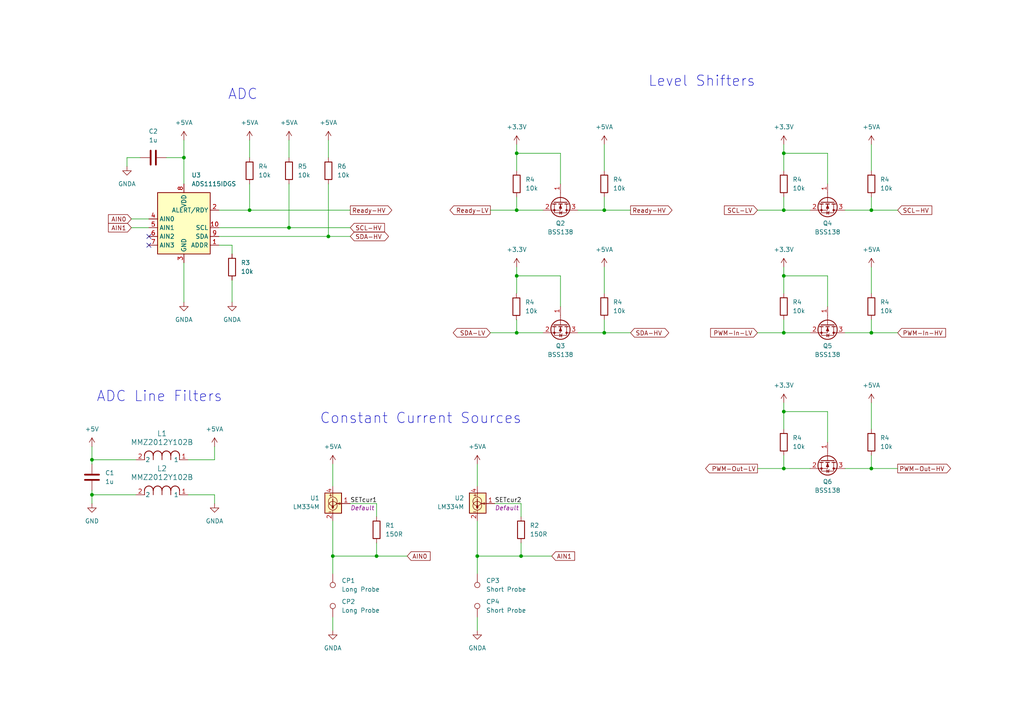
<source format=kicad_sch>
(kicad_sch (version 20230121) (generator eeschema)
  (paper "A4")
  (lib_symbols
    (symbol "2023-09-04_18-15-31:MMZ2012Y102B" (pin_names (offset 0.254))
      (property "Reference" "L" (at 6.985 5.08 0))
      (property "Value" "MMZ2012Y102B" (at 6.985 -2.54 0))
      (symbol "MMZ2012Y102B_1_1"
        (polyline (pts (xy 2.54 0) (xy 2.54 1.27)) (stroke (width 0.2032)))
        (polyline (pts (xy 5.08 0) (xy 5.08 1.27)) (stroke (width 0.2032)))
        (polyline (pts (xy 7.62 0) (xy 7.62 1.27)) (stroke (width 0.2032)))
        (polyline (pts (xy 10.16 0) (xy 10.16 1.27)) (stroke (width 0.2032)))
        (polyline (pts (xy 12.7 0) (xy 12.7 1.27)) (stroke (width 0.2032)))
        (arc (start 5.08 1.27) (mid 3.81 2.5345) (end 2.54 1.27) (stroke (width 0.254)))
        (arc (start 7.62 1.27) (mid 6.35 2.5345) (end 5.08 1.27) (stroke (width 0.254)))
        (arc (start 10.16 1.27) (mid 8.89 2.5345) (end 7.62 1.27) (stroke (width 0.254)))
        (arc (start 12.7 1.27) (mid 11.43 2.5345) (end 10.16 1.27) (stroke (width 0.254)))
        (pin unspecified line (at 15.24 0 180) (length 2.54) (name "1") (number "1"))
        (pin unspecified line (at 0 0 0) (length 2.54) (name "2") (number "2"))
      )
      (symbol "MMZ2012Y102B_1_2"
        (arc (start -1.27 5.08) (mid -2.5345 3.81) (end -1.27 2.54) (stroke (width 0.254)))
        (arc (start -1.27 7.62) (mid -2.5345 6.35) (end -1.27 5.08) (stroke (width 0.254)))
        (arc (start -1.27 10.16) (mid -2.5345 8.89) (end -1.27 7.62) (stroke (width 0.254)))
        (arc (start -1.27 12.7) (mid -2.5345 11.43) (end -1.27 10.16) (stroke (width 0.254)))
        (polyline (pts (xy 0 2.54) (xy -1.27 2.54)) (stroke (width 0.2032)))
        (polyline (pts (xy 0 5.08) (xy -1.27 5.08)) (stroke (width 0.2032)))
        (polyline (pts (xy 0 7.62) (xy -1.27 7.62)) (stroke (width 0.2032)))
        (polyline (pts (xy 0 10.16) (xy -1.27 10.16)) (stroke (width 0.2032)))
        (polyline (pts (xy 0 12.7) (xy -1.27 12.7)) (stroke (width 0.2032)))
        (pin unspecified line (at 0 15.24 270) (length 2.54) (name "1") (number "1"))
        (pin unspecified line (at 0 0 90) (length 2.54) (name "2") (number "2"))
      )
    )
    (symbol "Analog_ADC:ADS1115IDGS"
      (property "Reference" "U" (at 2.54 13.97 0))
      (property "Value" "ADS1115IDGS" (at 7.62 11.43 0))
      (symbol "ADS1115IDGS_0_1"
        (rectangle (start -7.62 10.16) (end 7.62 -7.62) (stroke (width 0.254)) (fill (type background)))
      )
      (symbol "ADS1115IDGS_1_1"
        (pin input line (at 10.16 -5.08 180) (length 2.54) (name "ADDR") (number "1"))
        (pin input line (at 10.16 0 180) (length 2.54) (name "SCL") (number "10"))
        (pin output line (at 10.16 5.08 180) (length 2.54) (name "ALERT/RDY") (number "2"))
        (pin power_in line (at 0 -10.16 90) (length 2.54) (name "GND") (number "3"))
        (pin input line (at -10.16 2.54 0) (length 2.54) (name "AIN0") (number "4"))
        (pin input line (at -10.16 0 0) (length 2.54) (name "AIN1") (number "5"))
        (pin input line (at -10.16 -2.54 0) (length 2.54) (name "AIN2") (number "6"))
        (pin input line (at -10.16 -5.08 0) (length 2.54) (name "AIN3") (number "7"))
        (pin power_in line (at 0 12.7 270) (length 2.54) (name "VDD") (number "8"))
        (pin bidirectional line (at 10.16 -2.54 180) (length 2.54) (name "SDA") (number "9"))
      )
    )
    (symbol "Connector:TestPoint" (pin_numbers hide) (pin_names (offset 0.762) hide)
      (property "Reference" "TP" (at 0 6.858 0))
      (property "Value" "TestPoint" (at 0 5.08 0))
      (symbol "TestPoint_0_1"
        (circle (center 0 3.302) (radius 0.762))
      )
      (symbol "TestPoint_1_1"
        (pin passive line (at 0 0 90) (length 2.54) (name "1") (number "1"))
      )
    )
    (symbol "Device:C" (pin_numbers hide) (pin_names (offset 0.254))
      (property "Reference" "C" (at 0.635 2.54 0))
      (property "Value" "C" (at 0.635 -2.54 0))
      (symbol "C_0_1"
        (polyline (pts (xy -2.032 -0.762) (xy 2.032 -0.762)) (stroke (width 0.508)))
        (polyline (pts (xy -2.032 0.762) (xy 2.032 0.762)) (stroke (width 0.508)))
      )
      (symbol "C_1_1"
        (pin passive line (at 0 3.81 270) (length 2.794) (name "~") (number "1"))
        (pin passive line (at 0 -3.81 90) (length 2.794) (name "~") (number "2"))
      )
    )
    (symbol "Device:R" (pin_numbers hide) (pin_names (offset 0))
      (property "Reference" "R" (at 2.032 0 90))
      (property "Value" "R" (at 0 0 90))
      (symbol "R_0_1"
        (rectangle (start -1.016 -2.54) (end 1.016 2.54) (stroke (width 0.254)))
      )
      (symbol "R_1_1"
        (pin passive line (at 0 3.81 270) (length 1.27) (name "~") (number "1"))
        (pin passive line (at 0 -3.81 90) (length 1.27) (name "~") (number "2"))
      )
    )
    (symbol "Reference_Current:LM334M"
      (property "Reference" "U" (at 0.635 6.35 0))
      (property "Value" "LM334M" (at 0.635 4.445 0))
      (symbol "LM334M_0_1"
        (rectangle (start -2.286 3.048) (end 2.54 -2.794) (stroke (width 0.254)) (fill (type background)))
        (circle (center 0 -0.635) (radius 1.27))
        (polyline (pts (xy -1.143 -2.413) (xy -0.381 -2.413)))
        (polyline (pts (xy -1.016 2.413) (xy -0.254 2.413)))
        (polyline (pts (xy -0.635 2.794) (xy -0.635 2.032)))
        (polyline (pts (xy 0 -1.905) (xy 0 -3.175)))
        (polyline (pts (xy 0 1.397) (xy 0 -1.397)) (stroke (width 0.254)))
        (polyline (pts (xy 0 3.81) (xy 0 1.905)))
        (polyline (pts (xy 5.08 0) (xy 1.27 0)))
        (polyline (pts (xy 0 -1.397) (xy -0.254 -0.889) (xy 0.254 -0.889) (xy 0 -1.397)) (stroke (width 0.254)))
        (polyline (pts (xy 1.27 0) (xy 2.159 0.254) (xy 2.159 -0.254) (xy 1.27 0)))
        (circle (center 0 0.635) (radius 1.27))
      )
      (symbol "LM334M_1_1"
        (pin passive line (at 5.08 0 180) (length 2.54) (name "~") (number "1"))
        (pin passive line (at 0 -5.08 90) (length 2.54) (name "~") (number "2"))
        (pin passive line (at 0 -5.08 90) (length 2.54) hide (name "~") (number "3"))
        (pin passive line (at 0 5.08 270) (length 2.54) (name "~") (number "4"))
        (pin passive line (at 0 -5.08 90) (length 2.54) hide (name "~") (number "6"))
        (pin passive line (at 0 -5.08 90) (length 2.54) hide (name "~") (number "7"))
      )
    )
    (symbol "Transistor_FET:BSS138" (pin_names hide)
      (property "Reference" "Q" (at 5.08 1.905 0))
      (property "Value" "BSS138" (at 5.08 0 0))
      (symbol "BSS138_0_1"
        (polyline (pts (xy 0.254 0) (xy -2.54 0)))
        (polyline (pts (xy 0.254 1.905) (xy 0.254 -1.905)) (stroke (width 0.254)))
        (polyline (pts (xy 0.762 -1.27) (xy 0.762 -2.286)) (stroke (width 0.254)))
        (polyline (pts (xy 0.762 0.508) (xy 0.762 -0.508)) (stroke (width 0.254)))
        (polyline (pts (xy 0.762 2.286) (xy 0.762 1.27)) (stroke (width 0.254)))
        (polyline (pts (xy 2.54 2.54) (xy 2.54 1.778)))
        (polyline (pts (xy 2.54 -2.54) (xy 2.54 0) (xy 0.762 0)))
        (polyline (pts (xy 0.762 -1.778) (xy 3.302 -1.778) (xy 3.302 1.778) (xy 0.762 1.778)))
        (polyline (pts (xy 1.016 0) (xy 2.032 0.381) (xy 2.032 -0.381) (xy 1.016 0)) (fill (type outline)))
        (polyline (pts (xy 2.794 0.508) (xy 2.921 0.381) (xy 3.683 0.381) (xy 3.81 0.254)))
        (polyline (pts (xy 3.302 0.381) (xy 2.921 -0.254) (xy 3.683 -0.254) (xy 3.302 0.381)))
        (circle (center 1.651 0) (radius 2.794) (stroke (width 0.254)))
        (circle (center 2.54 -1.778) (radius 0.254) (fill (type outline)))
        (circle (center 2.54 1.778) (radius 0.254) (fill (type outline)))
      )
      (symbol "BSS138_1_1"
        (pin input line (at -5.08 0 0) (length 2.54) (name "G") (number "1"))
        (pin passive line (at 2.54 -5.08 90) (length 2.54) (name "S") (number "2"))
        (pin passive line (at 2.54 5.08 270) (length 2.54) (name "D") (number "3"))
      )
    )
    (symbol "power:+3.3V" (power) (pin_names (offset 0))
      (property "Value" "+3.3V" (at 0 3.556 0))
      (symbol "+3.3V_0_1"
        (polyline (pts (xy -0.762 1.27) (xy 0 2.54)))
        (polyline (pts (xy 0 0) (xy 0 2.54)))
        (polyline (pts (xy 0 2.54) (xy 0.762 1.27)))
      )
      (symbol "+3.3V_1_1"
        (pin power_in line (at 0 0 90) (length 0) hide (name "+3.3V") (number "1"))
      )
    )
    (symbol "power:+5V" (power) (pin_names (offset 0))
      (property "Value" "+5V" (at 0 3.556 0))
      (symbol "+5V_0_1"
        (polyline (pts (xy -0.762 1.27) (xy 0 2.54)))
        (polyline (pts (xy 0 0) (xy 0 2.54)))
        (polyline (pts (xy 0 2.54) (xy 0.762 1.27)))
      )
      (symbol "+5V_1_1"
        (pin power_in line (at 0 0 90) (length 0) hide (name "+5V") (number "1"))
      )
    )
    (symbol "power:+5VA" (power) (pin_names (offset 0))
      (property "Value" "+5VA" (at 0 3.556 0))
      (symbol "+5VA_0_1"
        (polyline (pts (xy -0.762 1.27) (xy 0 2.54)))
        (polyline (pts (xy 0 0) (xy 0 2.54)))
        (polyline (pts (xy 0 2.54) (xy 0.762 1.27)))
      )
      (symbol "+5VA_1_1"
        (pin power_in line (at 0 0 90) (length 0) hide (name "+5VA") (number "1"))
      )
    )
    (symbol "power:GND" (power) (pin_names (offset 0))
      (property "Value" "GND" (at 0 -3.81 0))
      (symbol "GND_0_1"
        (polyline (pts (xy 0 0) (xy 0 -1.27) (xy 1.27 -1.27) (xy 0 -2.54) (xy -1.27 -1.27) (xy 0 -1.27)))
      )
      (symbol "GND_1_1"
        (pin power_in line (at 0 0 270) (length 0) hide (name "GND") (number "1"))
      )
    )
    (symbol "power:GNDA" (power) (pin_names (offset 0))
      (property "Value" "GNDA" (at 0 -3.81 0))
      (symbol "GNDA_0_1"
        (polyline (pts (xy 0 0) (xy 0 -1.27) (xy 1.27 -1.27) (xy 0 -2.54) (xy -1.27 -1.27) (xy 0 -1.27)))
      )
      (symbol "GNDA_1_1"
        (pin power_in line (at 0 0 270) (length 0) hide (name "GNDA") (number "1"))
      )
    )
  )
  (junction (at 53.34 45.72))
  (junction (at 252.73 135.89))
  (junction (at 175.26 60.96))
  (junction (at 96.52 161.29))
  (junction (at 227.33 80.01))
  (junction (at 83.82 66.04))
  (junction (at 109.22 161.29))
  (junction (at 149.86 80.01))
  (junction (at 227.33 96.52))
  (junction (at 227.33 60.96))
  (junction (at 252.73 60.96))
  (junction (at 227.33 119.38))
  (junction (at 26.67 143.51))
  (junction (at 95.25 68.58))
  (junction (at 149.86 96.52))
  (junction (at 138.43 161.29))
  (junction (at 151.13 161.29))
  (junction (at 149.86 44.45))
  (junction (at 227.33 135.89))
  (junction (at 72.39 60.96))
  (junction (at 252.73 96.52))
  (junction (at 149.86 60.96))
  (junction (at 175.26 96.52))
  (junction (at 26.67 133.35))
  (junction (at 227.33 44.45))
  (no_connect (at 43.18 68.58))
  (no_connect (at 43.18 71.12))
  (wire (pts (xy 83.82 53.34) (xy 83.82 66.04)))
  (wire (pts (xy 26.67 143.51) (xy 26.67 146.05)))
  (wire (pts (xy 219.71 135.89) (xy 227.33 135.89)))
  (wire (pts (xy 72.39 40.64) (xy 72.39 45.72)))
  (wire (pts (xy 227.33 44.45) (xy 227.33 49.53)))
  (wire (pts (xy 62.23 129.54) (xy 62.23 133.35)))
  (wire (pts (xy 95.25 40.64) (xy 95.25 45.72)))
  (wire (pts (xy 240.03 88.9) (xy 240.03 80.01)))
  (wire (pts (xy 240.03 53.34) (xy 240.03 44.45)))
  (wire (pts (xy 252.73 96.52) (xy 260.35 96.52)))
  (wire (pts (xy 138.43 161.29) (xy 138.43 166.37)))
  (wire (pts (xy 219.71 60.96) (xy 227.33 60.96)))
  (wire (pts (xy 252.73 135.89) (xy 260.35 135.89)))
  (wire (pts (xy 142.24 96.52) (xy 149.86 96.52)))
  (wire (pts (xy 157.48 96.52) (xy 149.86 96.52)))
  (wire (pts (xy 26.67 142.24) (xy 26.67 143.51)))
  (wire (pts (xy 151.13 161.29) (xy 151.13 157.48)))
  (wire (pts (xy 83.82 66.04) (xy 101.6 66.04)))
  (wire (pts (xy 252.73 135.89) (xy 252.73 132.08)))
  (wire (pts (xy 240.03 44.45) (xy 227.33 44.45)))
  (wire (pts (xy 96.52 151.13) (xy 96.52 161.29)))
  (wire (pts (xy 175.26 96.52) (xy 175.26 92.71)))
  (wire (pts (xy 109.22 161.29) (xy 109.22 157.48)))
  (wire (pts (xy 149.86 41.91) (xy 149.86 44.45)))
  (wire (pts (xy 138.43 161.29) (xy 151.13 161.29)))
  (wire (pts (xy 252.73 77.47) (xy 252.73 85.09)))
  (wire (pts (xy 252.73 60.96) (xy 260.35 60.96)))
  (wire (pts (xy 96.52 179.07) (xy 96.52 182.88)))
  (wire (pts (xy 175.26 60.96) (xy 182.88 60.96)))
  (wire (pts (xy 67.31 81.28) (xy 67.31 87.63)))
  (wire (pts (xy 143.51 146.05) (xy 151.13 146.05)))
  (wire (pts (xy 245.11 60.96) (xy 252.73 60.96)))
  (wire (pts (xy 26.67 133.35) (xy 39.37 133.35)))
  (wire (pts (xy 175.26 96.52) (xy 182.88 96.52)))
  (wire (pts (xy 252.73 41.91) (xy 252.73 49.53)))
  (wire (pts (xy 151.13 161.29) (xy 160.02 161.29)))
  (wire (pts (xy 53.34 45.72) (xy 53.34 53.34)))
  (wire (pts (xy 252.73 60.96) (xy 252.73 57.15)))
  (wire (pts (xy 63.5 71.12) (xy 67.31 71.12)))
  (wire (pts (xy 109.22 161.29) (xy 118.11 161.29)))
  (wire (pts (xy 227.33 41.91) (xy 227.33 44.45)))
  (wire (pts (xy 96.52 134.62) (xy 96.52 140.97)))
  (wire (pts (xy 162.56 53.34) (xy 162.56 44.45)))
  (wire (pts (xy 175.26 60.96) (xy 175.26 57.15)))
  (wire (pts (xy 36.83 48.26) (xy 36.83 45.72)))
  (wire (pts (xy 54.61 143.51) (xy 62.23 143.51)))
  (wire (pts (xy 245.11 96.52) (xy 252.73 96.52)))
  (wire (pts (xy 138.43 151.13) (xy 138.43 161.29)))
  (wire (pts (xy 227.33 116.84) (xy 227.33 119.38)))
  (wire (pts (xy 227.33 77.47) (xy 227.33 80.01)))
  (wire (pts (xy 162.56 44.45) (xy 149.86 44.45)))
  (wire (pts (xy 175.26 41.91) (xy 175.26 49.53)))
  (wire (pts (xy 67.31 71.12) (xy 67.31 73.66)))
  (wire (pts (xy 149.86 77.47) (xy 149.86 80.01)))
  (wire (pts (xy 240.03 128.27) (xy 240.03 119.38)))
  (wire (pts (xy 234.95 60.96) (xy 227.33 60.96)))
  (wire (pts (xy 162.56 88.9) (xy 162.56 80.01)))
  (wire (pts (xy 227.33 96.52) (xy 227.33 92.71)))
  (wire (pts (xy 157.48 60.96) (xy 149.86 60.96)))
  (wire (pts (xy 162.56 80.01) (xy 149.86 80.01)))
  (wire (pts (xy 252.73 116.84) (xy 252.73 124.46)))
  (wire (pts (xy 26.67 129.54) (xy 26.67 133.35)))
  (wire (pts (xy 62.23 133.35) (xy 54.61 133.35)))
  (wire (pts (xy 26.67 133.35) (xy 26.67 134.62)))
  (wire (pts (xy 240.03 119.38) (xy 227.33 119.38)))
  (wire (pts (xy 53.34 76.2) (xy 53.34 87.63)))
  (wire (pts (xy 227.33 135.89) (xy 227.33 132.08)))
  (wire (pts (xy 138.43 179.07) (xy 138.43 182.88)))
  (wire (pts (xy 167.64 96.52) (xy 175.26 96.52)))
  (wire (pts (xy 175.26 77.47) (xy 175.26 85.09)))
  (wire (pts (xy 96.52 161.29) (xy 96.52 166.37)))
  (wire (pts (xy 167.64 60.96) (xy 175.26 60.96)))
  (wire (pts (xy 38.1 66.04) (xy 43.18 66.04)))
  (wire (pts (xy 95.25 68.58) (xy 101.6 68.58)))
  (wire (pts (xy 72.39 60.96) (xy 101.6 60.96)))
  (wire (pts (xy 151.13 146.05) (xy 151.13 149.86)))
  (wire (pts (xy 72.39 53.34) (xy 72.39 60.96)))
  (wire (pts (xy 62.23 146.05) (xy 62.23 143.51)))
  (wire (pts (xy 149.86 80.01) (xy 149.86 85.09)))
  (wire (pts (xy 53.34 40.64) (xy 53.34 45.72)))
  (wire (pts (xy 234.95 96.52) (xy 227.33 96.52)))
  (wire (pts (xy 227.33 119.38) (xy 227.33 124.46)))
  (wire (pts (xy 83.82 40.64) (xy 83.82 45.72)))
  (wire (pts (xy 26.67 143.51) (xy 39.37 143.51)))
  (wire (pts (xy 101.6 146.05) (xy 109.22 146.05)))
  (wire (pts (xy 48.26 45.72) (xy 53.34 45.72)))
  (wire (pts (xy 245.11 135.89) (xy 252.73 135.89)))
  (wire (pts (xy 63.5 66.04) (xy 83.82 66.04)))
  (wire (pts (xy 149.86 96.52) (xy 149.86 92.71)))
  (wire (pts (xy 63.5 60.96) (xy 72.39 60.96)))
  (wire (pts (xy 227.33 60.96) (xy 227.33 57.15)))
  (wire (pts (xy 234.95 135.89) (xy 227.33 135.89)))
  (wire (pts (xy 252.73 96.52) (xy 252.73 92.71)))
  (wire (pts (xy 142.24 60.96) (xy 149.86 60.96)))
  (wire (pts (xy 219.71 96.52) (xy 227.33 96.52)))
  (wire (pts (xy 96.52 161.29) (xy 109.22 161.29)))
  (wire (pts (xy 95.25 53.34) (xy 95.25 68.58)))
  (wire (pts (xy 240.03 80.01) (xy 227.33 80.01)))
  (wire (pts (xy 138.43 134.62) (xy 138.43 140.97)))
  (wire (pts (xy 109.22 146.05) (xy 109.22 149.86)))
  (wire (pts (xy 36.83 45.72) (xy 40.64 45.72)))
  (wire (pts (xy 63.5 68.58) (xy 95.25 68.58)))
  (wire (pts (xy 227.33 80.01) (xy 227.33 85.09)))
  (wire (pts (xy 149.86 44.45) (xy 149.86 49.53)))
  (wire (pts (xy 38.1 63.5) (xy 43.18 63.5)))
  (wire (pts (xy 149.86 60.96) (xy 149.86 57.15)))
  (text "ADC Line Filters" (at 27.94 116.84 0) (effects (font (size 3 3)) (justify left bottom)))
  (text "Constant Current Sources" (at 92.71 123.19 0) (effects (font (size 3 3)) (justify left bottom)))
  (text "ADC" (at 66.04 29.21 0) (effects (font (size 3 3)) (justify left bottom)))
  (text "Level Shifters" (at 187.96 25.4 0) (effects (font (size 3 3)) (justify left bottom)))
  (label "SETcur2" (at 143.51 146.05 0) (property "Netclass" "Default" (at 143.51 147.32 0) (effects (font italic) (justify left))))
  (label "SETcur1" (at 101.6 146.05 0) (property "Netclass" "Default" (at 101.6 147.32 0) (effects (font italic) (justify left))))
  (global_label "PWM-In-HV" (shape input) (at 260.35 96.52 0) (property "Intersheetrefs" "${INTERSHEET_REFS}" (effects hide)) (property "Netclass" "Default" (effects hide)))
  (global_label "SCL-LV" (shape input) (at 219.71 60.96 180) (property "Intersheetrefs" "${INTERSHEET_REFS}" (effects hide)) (property "Netclass" "Default" (effects hide)))
  (global_label "AIN1" (shape input) (at 160.02 161.29 0) (property "Intersheetrefs" "${INTERSHEET_REFS}" (effects hide)) (property "Netclass" "AIN" (effects hide)))
  (global_label "SCL-HV" (shape input) (at 101.6 66.04 0) (property "Intersheetrefs" "${INTERSHEET_REFS}" (effects hide)) (property "Netclass" "Default" (effects hide)))
  (global_label "PWM-In-LV" (shape input) (at 219.71 96.52 180) (property "Intersheetrefs" "${INTERSHEET_REFS}" (effects hide)) (property "Netclass" "Default" (effects hide)))
  (global_label "SDA-HV" (shape bidirectional) (at 101.6 68.58 0) (property "Intersheetrefs" "${INTERSHEET_REFS}" (effects hide)) (property "Netclass" "Default" (effects hide)))
  (global_label "SDA-HV" (shape bidirectional) (at 182.88 96.52 0) (property "Intersheetrefs" "${INTERSHEET_REFS}" (effects hide)) (property "Netclass" "Default" (effects hide)))
  (global_label "AIN0" (shape input) (at 38.1 63.5 180) (property "Intersheetrefs" "${INTERSHEET_REFS}" (effects hide)) (property "Netclass" "AIN" (effects hide)))
  (global_label "Ready-HV" (shape output) (at 101.6 60.96 0) (property "Intersheetrefs" "${INTERSHEET_REFS}" (effects hide)) (property "Netclass" "Default" (effects hide)))
  (global_label "AIN1" (shape input) (at 38.1 66.04 180) (property "Intersheetrefs" "${INTERSHEET_REFS}" (effects hide)) (property "Netclass" "AIN" (effects hide)))
  (global_label "PWM-Out-HV" (shape output) (at 260.35 135.89 0) (property "Intersheetrefs" "${INTERSHEET_REFS}" (effects hide)) (property "Netclass" "Default" (effects hide)))
  (global_label "Ready-HV" (shape output) (at 182.88 60.96 0) (property "Intersheetrefs" "${INTERSHEET_REFS}" (effects hide)) (property "Netclass" "Default" (effects hide)))
  (global_label "AIN0" (shape input) (at 118.11 161.29 0) (property "Intersheetrefs" "${INTERSHEET_REFS}" (effects hide)) (property "Netclass" "AIN" (effects hide)))
  (global_label "SDA-LV" (shape bidirectional) (at 142.24 96.52 180) (property "Intersheetrefs" "${INTERSHEET_REFS}" (effects hide)) (property "Netclass" "Default" (effects hide)))
  (global_label "SCL-HV" (shape input) (at 260.35 60.96 0) (property "Intersheetrefs" "${INTERSHEET_REFS}" (effects hide)) (property "Netclass" "Default" (effects hide)))
  (global_label "Ready-LV" (shape output) (at 142.24 60.96 180) (property "Intersheetrefs" "${INTERSHEET_REFS}" (effects hide)) (property "Netclass" "Default" (effects hide)))
  (global_label "PWM-Out-LV" (shape output) (at 219.71 135.89 180) (property "Intersheetrefs" "${INTERSHEET_REFS}" (effects hide)) (property "Netclass" "Default" (effects hide)))
  (symbol (lib_id "Reference_Current:LM334M") (at 96.52 146.05 0) (unit 1)
    (property "Reference" "U1" (at 92.71 144.4625 0) (effects (justify right)))
    (property "Value" "LM334M" (at 92.71 147.0025 0) (effects (justify right)))
    (property "Footprint" "Package_SO:SOIC-8_3.9x4.9mm_P1.27mm" (effects hide))
    (property "Datasheet" "http://www.ti.com/lit/ds/symlink/lm134.pdf" (effects hide))
    (instances (project "Hydrofoil" (path "" (reference "U1") (unit 1)) (path "" (reference "U4") (unit 1))))
  )
  (symbol (lib_id "power:+3.3V") (at 149.86 41.91 0) (unit 1)
    (property "Reference" "#PWR029" (effects hide))
    (property "Value" "+3.3V" (at 149.86 36.83 0))
    (instances (project "Hydrofoil" (path "" (reference "#PWR029") (unit 1)) (path "" (reference "#PWR042") (unit 1))))
  )
  (symbol (lib_id "power:+5VA") (at 175.26 77.47 0) (unit 1)
    (property "Reference" "#PWR045" (effects hide))
    (property "Value" "+5VA" (at 175.26 72.39 0))
  )
  (symbol (lib_id "power:+5VA") (at 95.25 40.64 0) (unit 1)
    (property "Reference" "#PWR037" (effects hide))
    (property "Value" "+5VA" (at 95.25 35.56 0))
  )
  (symbol (lib_id "power:+5V") (at 26.67 129.54 0) (unit 1)
    (property "Reference" "#PWR05" (effects hide))
    (property "Value" "+5V" (at 26.67 124.46 0))
    (instances (project "Hydrofoil" (path "" (reference "#PWR05") (unit 1)) (path "" (reference "#PWR027") (unit 1))))
  )
  (symbol (lib_id "power:+3.3V") (at 227.33 41.91 0) (unit 1)
    (property "Reference" "#PWR029" (effects hide))
    (property "Value" "+3.3V" (at 227.33 36.83 0))
    (instances (project "Hydrofoil" (path "" (reference "#PWR029") (unit 1)) (path "" (reference "#PWR046") (unit 1))))
  )
  (symbol (lib_id "power:+3.3V") (at 227.33 116.84 0) (unit 1)
    (property "Reference" "#PWR029" (effects hide))
    (property "Value" "+3.3V" (at 227.33 111.76 0))
    (instances (project "Hydrofoil" (path "" (reference "#PWR029") (unit 1)) (path "" (reference "#PWR048") (unit 1))))
  )
  (symbol (lib_id "Analog_ADC:ADS1115IDGS") (at 53.34 66.04 0) (unit 1)
    (property "Reference" "U3" (at 55.5341 50.8 0) (effects (justify left)))
    (property "Value" "ADS1115IDGS" (at 55.5341 53.34 0) (effects (justify left)))
    (property "Footprint" "Package_SO:TSSOP-10_3x3mm_P0.5mm" (effects hide))
    (property "Datasheet" "http://www.ti.com/lit/ds/symlink/ads1113.pdf" (effects hide))
  )
  (symbol (lib_id "power:GNDA") (at 53.34 87.63 0) (unit 1)
    (property "Reference" "#PWR031" (effects hide))
    (property "Value" "GNDA" (at 53.34 92.71 0))
  )
  (symbol (lib_id "Device:R") (at 252.73 88.9 0) (unit 1)
    (property "Reference" "R4" (at 255.27 87.63 0) (effects (justify left)))
    (property "Value" "10k" (at 255.27 90.17 0) (effects (justify left)))
    (property "Footprint" "Resistor_SMD:R_0402_1005Metric_Pad0.72x0.64mm_HandSolder" (effects hide))
    (instances (project "Hydrofoil" (path "" (reference "R4") (unit 1)) (path "" (reference "R24") (unit 1))))
  )
  (symbol (lib_id "Transistor_FET:BSS138") (at 162.56 58.42 270) (unit 1)
    (property "Reference" "Q2" (at 162.56 64.77 90))
    (property "Value" "BSS138" (at 162.56 67.31 90))
    (property "Footprint" "Package_TO_SOT_SMD:SOT-23" (effects hide))
    (property "Datasheet" "https://www.onsemi.com/pub/Collateral/BSS138-D.PDF" (effects hide))
  )
  (symbol (lib_id "power:+3.3V") (at 227.33 77.47 0) (unit 1)
    (property "Reference" "#PWR029" (effects hide))
    (property "Value" "+3.3V" (at 227.33 72.39 0))
    (instances (project "Hydrofoil" (path "" (reference "#PWR029") (unit 1)) (path "" (reference "#PWR047") (unit 1))))
  )
  (symbol (lib_id "power:+5VA") (at 62.23 129.54 0) (unit 1)
    (property "Reference" "#PWR032" (effects hide))
    (property "Value" "+5VA" (at 62.23 124.46 0))
  )
  (symbol (lib_id "power:+3.3V") (at 149.86 77.47 0) (unit 1)
    (property "Reference" "#PWR029" (effects hide))
    (property "Value" "+3.3V" (at 149.86 72.39 0))
    (instances (project "Hydrofoil" (path "" (reference "#PWR029") (unit 1)) (path "" (reference "#PWR043") (unit 1))))
  )
  (symbol (lib_id "2023-09-04_18-15-31:MMZ2012Y102B") (at 39.37 133.35 0) (unit 1)
    (property "Reference" "L1" (at 46.99 125.73 0) (effects (font (size 1.524 1.524))))
    (property "Value" "MMZ2012Y102B" (at 46.99 128.27 0) (effects (font (size 1.524 1.524))))
    (property "Footprint" "Inductor_SMD:L_0805_2012Metric_Pad1.05x1.20mm_HandSolder" (effects hide))
    (property "Datasheet" "MMZ2012Y102B" (effects hide))
  )
  (symbol (lib_id "power:+5VA") (at 53.34 40.64 0) (unit 1)
    (property "Reference" "#PWR030" (effects hide))
    (property "Value" "+5VA" (at 53.34 35.56 0))
  )
  (symbol (lib_id "Connector:TestPoint") (at 96.52 166.37 180) (unit 1)
    (property "Reference" "CP1" (at 99.06 168.402 0) (effects (justify right)))
    (property "Value" "Long Probe" (at 99.06 170.942 0) (effects (justify right)))
    (property "Footprint" "TestPoint:TestPoint_Pad_D2.0mm" (effects hide))
  )
  (symbol (lib_id "Device:R") (at 175.26 53.34 0) (unit 1)
    (property "Reference" "R4" (at 177.8 52.07 0) (effects (justify left)))
    (property "Value" "10k" (at 177.8 54.61 0) (effects (justify left)))
    (property "Footprint" "Resistor_SMD:R_0402_1005Metric_Pad0.72x0.64mm_HandSolder" (effects hide))
    (instances (project "Hydrofoil" (path "" (reference "R4") (unit 1)) (path "" (reference "R18") (unit 1))))
  )
  (symbol (lib_id "power:+5VA") (at 252.73 116.84 0) (unit 1)
    (property "Reference" "#PWR051" (effects hide))
    (property "Value" "+5VA" (at 252.73 111.76 0))
  )
  (symbol (lib_id "Device:R") (at 149.86 53.34 0) (unit 1)
    (property "Reference" "R4" (at 152.4 52.07 0) (effects (justify left)))
    (property "Value" "10k" (at 152.4 54.61 0) (effects (justify left)))
    (property "Footprint" "Resistor_SMD:R_0402_1005Metric_Pad0.72x0.64mm_HandSolder" (effects hide))
    (instances (project "Hydrofoil" (path "" (reference "R4") (unit 1)) (path "" (reference "R16") (unit 1))))
  )
  (symbol (lib_id "2023-09-04_18-15-31:MMZ2012Y102B") (at 39.37 143.51 0) (unit 1)
    (property "Reference" "L2" (at 46.99 135.89 0) (effects (font (size 1.524 1.524))))
    (property "Value" "MMZ2012Y102B" (at 46.99 138.43 0) (effects (font (size 1.524 1.524))))
    (property "Footprint" "Inductor_SMD:L_0805_2012Metric_Pad1.05x1.20mm_HandSolder" (effects hide))
    (property "Datasheet" "MMZ2012Y102B" (effects hide))
  )
  (symbol (lib_id "power:+5VA") (at 83.82 40.64 0) (unit 1)
    (property "Reference" "#PWR036" (effects hide))
    (property "Value" "+5VA" (at 83.82 35.56 0))
  )
  (symbol (lib_id "power:+5VA") (at 252.73 41.91 0) (unit 1)
    (property "Reference" "#PWR049" (effects hide))
    (property "Value" "+5VA" (at 252.73 36.83 0))
  )
  (symbol (lib_id "power:GNDA") (at 96.52 182.88 0) (unit 1)
    (property "Reference" "#PWR039" (effects hide))
    (property "Value" "GNDA" (at 96.52 187.96 0))
  )
  (symbol (lib_id "Device:R") (at 83.82 49.53 0) (unit 1)
    (property "Reference" "R5" (at 86.36 48.26 0) (effects (justify left)))
    (property "Value" "10k" (at 86.36 50.8 0) (effects (justify left)))
    (property "Footprint" "Resistor_SMD:R_0402_1005Metric_Pad0.72x0.64mm_HandSolder" (effects hide))
    (instances (project "Hydrofoil" (path "" (reference "R5") (unit 1)) (path "" (reference "R12") (unit 1))))
  )
  (symbol (lib_id "Device:R") (at 72.39 49.53 0) (unit 1)
    (property "Reference" "R4" (at 74.93 48.26 0) (effects (justify left)))
    (property "Value" "10k" (at 74.93 50.8 0) (effects (justify left)))
    (property "Footprint" "Resistor_SMD:R_0402_1005Metric_Pad0.72x0.64mm_HandSolder" (effects hide))
    (instances (project "Hydrofoil" (path "" (reference "R4") (unit 1)) (path "" (reference "R11") (unit 1))))
  )
  (symbol (lib_id "Device:R") (at 151.13 153.67 0) (unit 1)
    (property "Reference" "R2" (at 153.67 152.4 0) (effects (justify left)))
    (property "Value" "150R" (at 153.67 154.94 0) (effects (justify left)))
    (property "Footprint" "Resistor_SMD:R_0402_1005Metric_Pad0.72x0.64mm_HandSolder" (effects hide))
    (instances (project "Hydrofoil" (path "" (reference "R2") (unit 1)) (path "" (reference "R17") (unit 1))))
  )
  (symbol (lib_id "Device:R") (at 109.22 153.67 0) (unit 1)
    (property "Reference" "R1" (at 111.76 152.4 0) (effects (justify left)))
    (property "Value" "150R" (at 111.76 154.94 0) (effects (justify left)))
    (property "Footprint" "Resistor_SMD:R_0402_1005Metric_Pad0.72x0.64mm_HandSolder" (effects hide))
    (instances (project "Hydrofoil" (path "" (reference "R1") (unit 1)) (path "" (reference "R14") (unit 1))))
  )
  (symbol (lib_id "Transistor_FET:BSS138") (at 240.03 93.98 270) (unit 1)
    (property "Reference" "Q5" (at 240.03 100.33 90))
    (property "Value" "BSS138" (at 240.03 102.87 90))
    (property "Footprint" "Package_TO_SOT_SMD:SOT-23" (effects hide))
    (property "Datasheet" "https://www.onsemi.com/pub/Collateral/BSS138-D.PDF" (effects hide))
  )
  (symbol (lib_id "power:+5VA") (at 72.39 40.64 0) (unit 1)
    (property "Reference" "#PWR035" (effects hide))
    (property "Value" "+5VA" (at 72.39 35.56 0))
  )
  (symbol (lib_id "Device:R") (at 227.33 88.9 0) (unit 1)
    (property "Reference" "R4" (at 229.87 87.63 0) (effects (justify left)))
    (property "Value" "10k" (at 229.87 90.17 0) (effects (justify left)))
    (property "Footprint" "Resistor_SMD:R_0402_1005Metric_Pad0.72x0.64mm_HandSolder" (effects hide))
    (instances (project "Hydrofoil" (path "" (reference "R4") (unit 1)) (path "" (reference "R21") (unit 1))))
  )
  (symbol (lib_id "Device:R") (at 227.33 128.27 0) (unit 1)
    (property "Reference" "R4" (at 229.87 127 0) (effects (justify left)))
    (property "Value" "10k" (at 229.87 129.54 0) (effects (justify left)))
    (property "Footprint" "Resistor_SMD:R_0402_1005Metric_Pad0.72x0.64mm_HandSolder" (effects hide))
    (instances (project "Hydrofoil" (path "" (reference "R4") (unit 1)) (path "" (reference "R22") (unit 1))))
  )
  (symbol (lib_id "power:GNDA") (at 36.83 48.26 0) (unit 1)
    (property "Reference" "#PWR029" (effects hide))
    (property "Value" "GNDA" (at 36.83 53.34 0))
  )
  (symbol (lib_id "power:+5VA") (at 252.73 77.47 0) (unit 1)
    (property "Reference" "#PWR050" (effects hide))
    (property "Value" "+5VA" (at 252.73 72.39 0))
  )
  (symbol (lib_id "power:GND") (at 26.67 146.05 0) (unit 1)
    (property "Reference" "#PWR06" (effects hide))
    (property "Value" "GND" (at 26.67 151.13 0))
    (instances (project "Hydrofoil" (path "" (reference "#PWR06") (unit 1)) (path "" (reference "#PWR028") (unit 1))))
  )
  (symbol (lib_id "Device:C") (at 44.45 45.72 90) (unit 1)
    (property "Reference" "C2" (at 44.45 38.1 90))
    (property "Value" "1u" (at 44.45 40.64 90))
    (property "Footprint" "Capacitor_SMD:C_0402_1005Metric_Pad0.74x0.62mm_HandSolder" (effects hide))
    (instances (project "Hydrofoil" (path "" (reference "C2") (unit 1)) (path "" (reference "C9") (unit 1))))
  )
  (symbol (lib_id "Device:R") (at 175.26 88.9 0) (unit 1)
    (property "Reference" "R4" (at 177.8 87.63 0) (effects (justify left)))
    (property "Value" "10k" (at 177.8 90.17 0) (effects (justify left)))
    (property "Footprint" "Resistor_SMD:R_0402_1005Metric_Pad0.72x0.64mm_HandSolder" (effects hide))
    (instances (project "Hydrofoil" (path "" (reference "R4") (unit 1)) (path "" (reference "R19") (unit 1))))
  )
  (symbol (lib_id "Connector:TestPoint") (at 96.52 179.07 0) (unit 1)
    (property "Reference" "CP2" (at 99.06 174.498 0) (effects (justify left)))
    (property "Value" "Long Probe" (at 99.06 177.038 0) (effects (justify left)))
    (property "Footprint" "TestPoint:TestPoint_Pad_D2.0mm" (effects hide))
  )
  (symbol (lib_id "Device:R") (at 95.25 49.53 0) (unit 1)
    (property "Reference" "R6" (at 97.79 48.26 0) (effects (justify left)))
    (property "Value" "10k" (at 97.79 50.8 0) (effects (justify left)))
    (property "Footprint" "Resistor_SMD:R_0402_1005Metric_Pad0.72x0.64mm_HandSolder" (effects hide))
    (instances (project "Hydrofoil" (path "" (reference "R6") (unit 1)) (path "" (reference "R13") (unit 1))))
  )
  (symbol (lib_id "power:GNDA") (at 62.23 146.05 0) (unit 1)
    (property "Reference" "#PWR033" (effects hide))
    (property "Value" "GNDA" (at 62.23 151.13 0))
  )
  (symbol (lib_id "Device:R") (at 252.73 53.34 0) (unit 1)
    (property "Reference" "R4" (at 255.27 52.07 0) (effects (justify left)))
    (property "Value" "10k" (at 255.27 54.61 0) (effects (justify left)))
    (property "Footprint" "Resistor_SMD:R_0402_1005Metric_Pad0.72x0.64mm_HandSolder" (effects hide))
    (instances (project "Hydrofoil" (path "" (reference "R4") (unit 1)) (path "" (reference "R23") (unit 1))))
  )
  (symbol (lib_id "power:+5VA") (at 138.43 134.62 0) (unit 1)
    (property "Reference" "#PWR040" (effects hide))
    (property "Value" "+5VA" (at 138.43 129.54 0))
  )
  (symbol (lib_id "Connector:TestPoint") (at 138.43 179.07 0) (unit 1)
    (property "Reference" "CP4" (at 140.97 174.498 0) (effects (justify left)))
    (property "Value" "Short Probe" (at 140.97 177.038 0) (effects (justify left)))
    (property "Footprint" "TestPoint:TestPoint_Pad_D2.0mm" (effects hide))
  )
  (symbol (lib_id "Device:R") (at 227.33 53.34 0) (unit 1)
    (property "Reference" "R4" (at 229.87 52.07 0) (effects (justify left)))
    (property "Value" "10k" (at 229.87 54.61 0) (effects (justify left)))
    (property "Footprint" "Resistor_SMD:R_0402_1005Metric_Pad0.72x0.64mm_HandSolder" (effects hide))
    (instances (project "Hydrofoil" (path "" (reference "R4") (unit 1)) (path "" (reference "R20") (unit 1))))
  )
  (symbol (lib_id "Device:R") (at 67.31 77.47 0) (unit 1)
    (property "Reference" "R3" (at 69.85 76.2 0) (effects (justify left)))
    (property "Value" "10k" (at 69.85 78.74 0) (effects (justify left)))
    (property "Footprint" "Resistor_SMD:R_0402_1005Metric_Pad0.72x0.64mm_HandSolder" (effects hide))
    (instances (project "Hydrofoil" (path "" (reference "R3") (unit 1)) (path "" (reference "R10") (unit 1))))
  )
  (symbol (lib_id "Device:C") (at 26.67 138.43 0) (unit 1)
    (property "Reference" "C1" (at 30.48 137.16 0) (effects (justify left)))
    (property "Value" "1u" (at 30.48 139.7 0) (effects (justify left)))
    (property "Footprint" "Capacitor_SMD:C_0402_1005Metric_Pad0.74x0.62mm_HandSolder" (effects hide))
    (instances (project "Hydrofoil" (path "" (reference "C1") (unit 1)) (path "" (reference "C8") (unit 1))))
  )
  (symbol (lib_id "power:GNDA") (at 67.31 87.63 0) (unit 1)
    (property "Reference" "#PWR034" (effects hide))
    (property "Value" "GNDA" (at 67.31 92.71 0))
  )
  (symbol (lib_id "Transistor_FET:BSS138") (at 240.03 58.42 270) (unit 1)
    (property "Reference" "Q4" (at 240.03 64.77 90))
    (property "Value" "BSS138" (at 240.03 67.31 90))
    (property "Footprint" "Package_TO_SOT_SMD:SOT-23" (effects hide))
    (property "Datasheet" "https://www.onsemi.com/pub/Collateral/BSS138-D.PDF" (effects hide))
  )
  (symbol (lib_id "Connector:TestPoint") (at 138.43 166.37 180) (unit 1)
    (property "Reference" "CP3" (at 140.97 168.402 0) (effects (justify right)))
    (property "Value" "Short Probe" (at 140.97 170.942 0) (effects (justify right)))
    (property "Footprint" "TestPoint:TestPoint_Pad_D2.0mm" (effects hide))
  )
  (symbol (lib_id "power:+5VA") (at 175.26 41.91 0) (unit 1)
    (property "Reference" "#PWR044" (effects hide))
    (property "Value" "+5VA" (at 175.26 36.83 0))
  )
  (symbol (lib_id "Transistor_FET:BSS138") (at 162.56 93.98 270) (unit 1)
    (property "Reference" "Q3" (at 162.56 100.33 90))
    (property "Value" "BSS138" (at 162.56 102.87 90))
    (property "Footprint" "Package_TO_SOT_SMD:SOT-23" (effects hide))
    (property "Datasheet" "https://www.onsemi.com/pub/Collateral/BSS138-D.PDF" (effects hide))
  )
  (symbol (lib_id "Transistor_FET:BSS138") (at 240.03 133.35 270) (unit 1)
    (property "Reference" "Q6" (at 240.03 139.7 90))
    (property "Value" "BSS138" (at 240.03 142.24 90))
    (property "Footprint" "Package_TO_SOT_SMD:SOT-23" (effects hide))
    (property "Datasheet" "https://www.onsemi.com/pub/Collateral/BSS138-D.PDF" (effects hide))
  )
  (symbol (lib_id "Reference_Current:LM334M") (at 138.43 146.05 0) (unit 1)
    (property "Reference" "U2" (at 134.62 144.4625 0) (effects (justify right)))
    (property "Value" "LM334M" (at 134.62 147.0025 0) (effects (justify right)))
    (property "Footprint" "Package_SO:SOIC-8_3.9x4.9mm_P1.27mm" (effects hide))
    (property "Datasheet" "http://www.ti.com/lit/ds/symlink/lm134.pdf" (effects hide))
    (instances (project "Hydrofoil" (path "" (reference "U2") (unit 1)) (path "" (reference "U5") (unit 1))))
  )
  (symbol (lib_id "power:+5VA") (at 96.52 134.62 0) (unit 1)
    (property "Reference" "#PWR038" (effects hide))
    (property "Value" "+5VA" (at 96.52 129.54 0))
  )
  (symbol (lib_id "Device:R") (at 252.73 128.27 0) (unit 1)
    (property "Reference" "R4" (at 255.27 127 0) (effects (justify left)))
    (property "Value" "10k" (at 255.27 129.54 0) (effects (justify left)))
    (property "Footprint" "Resistor_SMD:R_0402_1005Metric_Pad0.72x0.64mm_HandSolder" (effects hide))
    (instances (project "Hydrofoil" (path "" (reference "R4") (unit 1)) (path "" (reference "R25") (unit 1))))
  )
  (symbol (lib_id "Device:R") (at 149.7665 88.9429 0) (unit 1)
    (property "Reference" "R4" (at 152.3065 87.6729 0) (effects (justify left)))
    (property "Value" "10k" (at 152.3065 90.2129 0) (effects (justify left)))
    (property "Footprint" "Resistor_SMD:R_0402_1005Metric_Pad0.72x0.64mm_HandSolder" (effects hide))
    (instances (project "Hydrofoil" (path "" (reference "R4") (unit 1)) (path "" (reference "R15") (unit 1))))
  )
  (symbol (lib_id "power:GNDA") (at 138.43 182.88 0) (unit 1)
    (property "Reference" "#PWR041" (effects hide))
    (property "Value" "GNDA" (at 138.43 187.96 0))
  )
)
</source>
